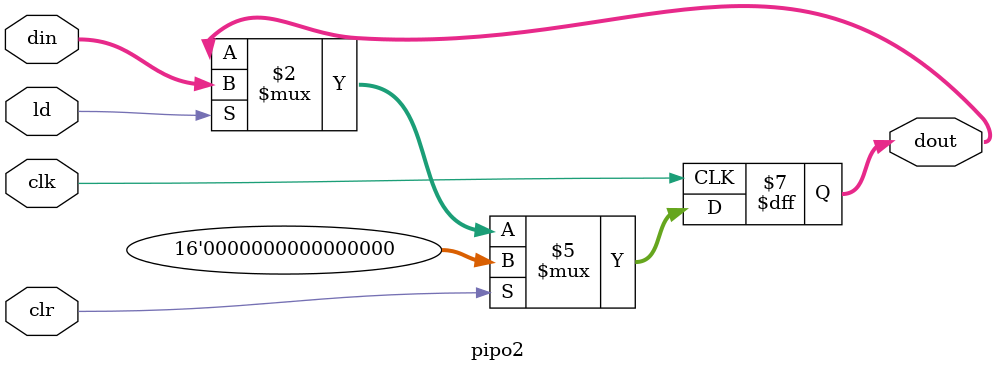
<source format=v>
module pipo2(dout,din,ld,clr,clk);

input [15:0] din;
input ld,clr,clk;
output reg [15:0] dout;
always @(posedge clk) begin

if(clr) dout<=16'b0000_0000_0000_0000;
else if(ld) dout<=din;  

end
endmodule

</source>
